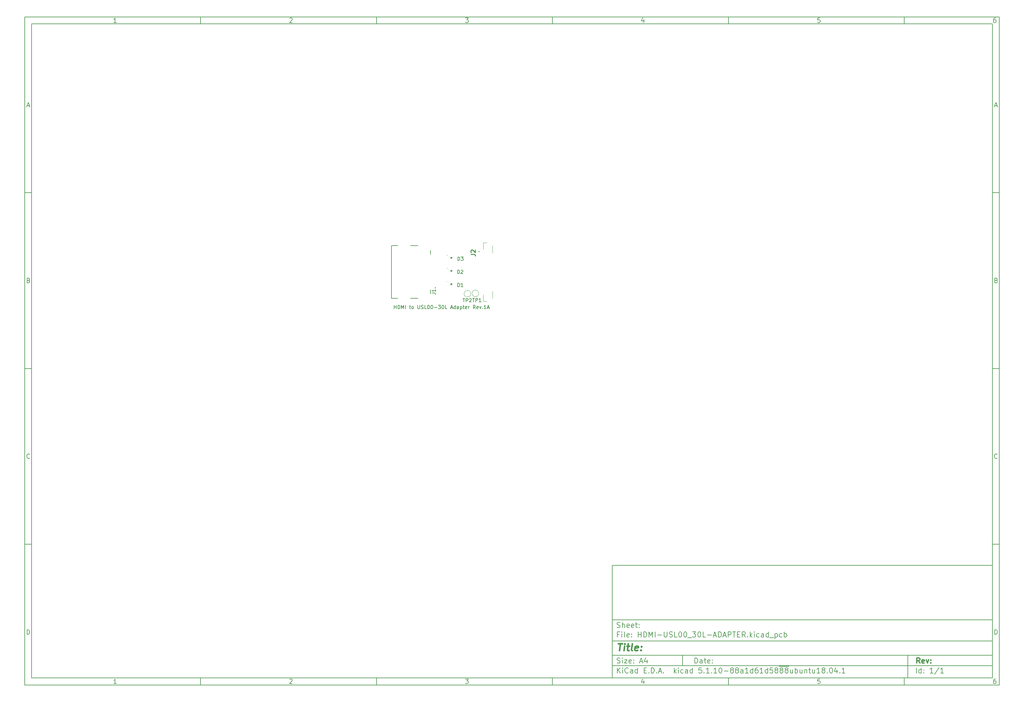
<source format=gbr>
%TF.GenerationSoftware,KiCad,Pcbnew,5.1.10-88a1d61d58~88~ubuntu18.04.1*%
%TF.CreationDate,2021-11-15T16:26:48+07:00*%
%TF.ProjectId,HDMI-USL00_30L-ADAPTER,48444d49-2d55-4534-9c30-305f33304c2d,rev?*%
%TF.SameCoordinates,Original*%
%TF.FileFunction,Legend,Top*%
%TF.FilePolarity,Positive*%
%FSLAX46Y46*%
G04 Gerber Fmt 4.6, Leading zero omitted, Abs format (unit mm)*
G04 Created by KiCad (PCBNEW 5.1.10-88a1d61d58~88~ubuntu18.04.1) date 2021-11-15 16:26:48*
%MOMM*%
%LPD*%
G01*
G04 APERTURE LIST*
%ADD10C,0.100000*%
%ADD11C,0.150000*%
%ADD12C,0.300000*%
%ADD13C,0.400000*%
%ADD14C,0.120000*%
%ADD15C,0.200000*%
%ADD16C,0.127000*%
%ADD17C,0.254000*%
G04 APERTURE END LIST*
D10*
D11*
X177002200Y-166007200D02*
X177002200Y-198007200D01*
X285002200Y-198007200D01*
X285002200Y-166007200D01*
X177002200Y-166007200D01*
D10*
D11*
X10000000Y-10000000D02*
X10000000Y-200007200D01*
X287002200Y-200007200D01*
X287002200Y-10000000D01*
X10000000Y-10000000D01*
D10*
D11*
X12000000Y-12000000D02*
X12000000Y-198007200D01*
X285002200Y-198007200D01*
X285002200Y-12000000D01*
X12000000Y-12000000D01*
D10*
D11*
X60000000Y-12000000D02*
X60000000Y-10000000D01*
D10*
D11*
X110000000Y-12000000D02*
X110000000Y-10000000D01*
D10*
D11*
X160000000Y-12000000D02*
X160000000Y-10000000D01*
D10*
D11*
X210000000Y-12000000D02*
X210000000Y-10000000D01*
D10*
D11*
X260000000Y-12000000D02*
X260000000Y-10000000D01*
D10*
D11*
X36065476Y-11588095D02*
X35322619Y-11588095D01*
X35694047Y-11588095D02*
X35694047Y-10288095D01*
X35570238Y-10473809D01*
X35446428Y-10597619D01*
X35322619Y-10659523D01*
D10*
D11*
X85322619Y-10411904D02*
X85384523Y-10350000D01*
X85508333Y-10288095D01*
X85817857Y-10288095D01*
X85941666Y-10350000D01*
X86003571Y-10411904D01*
X86065476Y-10535714D01*
X86065476Y-10659523D01*
X86003571Y-10845238D01*
X85260714Y-11588095D01*
X86065476Y-11588095D01*
D10*
D11*
X135260714Y-10288095D02*
X136065476Y-10288095D01*
X135632142Y-10783333D01*
X135817857Y-10783333D01*
X135941666Y-10845238D01*
X136003571Y-10907142D01*
X136065476Y-11030952D01*
X136065476Y-11340476D01*
X136003571Y-11464285D01*
X135941666Y-11526190D01*
X135817857Y-11588095D01*
X135446428Y-11588095D01*
X135322619Y-11526190D01*
X135260714Y-11464285D01*
D10*
D11*
X185941666Y-10721428D02*
X185941666Y-11588095D01*
X185632142Y-10226190D02*
X185322619Y-11154761D01*
X186127380Y-11154761D01*
D10*
D11*
X236003571Y-10288095D02*
X235384523Y-10288095D01*
X235322619Y-10907142D01*
X235384523Y-10845238D01*
X235508333Y-10783333D01*
X235817857Y-10783333D01*
X235941666Y-10845238D01*
X236003571Y-10907142D01*
X236065476Y-11030952D01*
X236065476Y-11340476D01*
X236003571Y-11464285D01*
X235941666Y-11526190D01*
X235817857Y-11588095D01*
X235508333Y-11588095D01*
X235384523Y-11526190D01*
X235322619Y-11464285D01*
D10*
D11*
X285941666Y-10288095D02*
X285694047Y-10288095D01*
X285570238Y-10350000D01*
X285508333Y-10411904D01*
X285384523Y-10597619D01*
X285322619Y-10845238D01*
X285322619Y-11340476D01*
X285384523Y-11464285D01*
X285446428Y-11526190D01*
X285570238Y-11588095D01*
X285817857Y-11588095D01*
X285941666Y-11526190D01*
X286003571Y-11464285D01*
X286065476Y-11340476D01*
X286065476Y-11030952D01*
X286003571Y-10907142D01*
X285941666Y-10845238D01*
X285817857Y-10783333D01*
X285570238Y-10783333D01*
X285446428Y-10845238D01*
X285384523Y-10907142D01*
X285322619Y-11030952D01*
D10*
D11*
X60000000Y-198007200D02*
X60000000Y-200007200D01*
D10*
D11*
X110000000Y-198007200D02*
X110000000Y-200007200D01*
D10*
D11*
X160000000Y-198007200D02*
X160000000Y-200007200D01*
D10*
D11*
X210000000Y-198007200D02*
X210000000Y-200007200D01*
D10*
D11*
X260000000Y-198007200D02*
X260000000Y-200007200D01*
D10*
D11*
X36065476Y-199595295D02*
X35322619Y-199595295D01*
X35694047Y-199595295D02*
X35694047Y-198295295D01*
X35570238Y-198481009D01*
X35446428Y-198604819D01*
X35322619Y-198666723D01*
D10*
D11*
X85322619Y-198419104D02*
X85384523Y-198357200D01*
X85508333Y-198295295D01*
X85817857Y-198295295D01*
X85941666Y-198357200D01*
X86003571Y-198419104D01*
X86065476Y-198542914D01*
X86065476Y-198666723D01*
X86003571Y-198852438D01*
X85260714Y-199595295D01*
X86065476Y-199595295D01*
D10*
D11*
X135260714Y-198295295D02*
X136065476Y-198295295D01*
X135632142Y-198790533D01*
X135817857Y-198790533D01*
X135941666Y-198852438D01*
X136003571Y-198914342D01*
X136065476Y-199038152D01*
X136065476Y-199347676D01*
X136003571Y-199471485D01*
X135941666Y-199533390D01*
X135817857Y-199595295D01*
X135446428Y-199595295D01*
X135322619Y-199533390D01*
X135260714Y-199471485D01*
D10*
D11*
X185941666Y-198728628D02*
X185941666Y-199595295D01*
X185632142Y-198233390D02*
X185322619Y-199161961D01*
X186127380Y-199161961D01*
D10*
D11*
X236003571Y-198295295D02*
X235384523Y-198295295D01*
X235322619Y-198914342D01*
X235384523Y-198852438D01*
X235508333Y-198790533D01*
X235817857Y-198790533D01*
X235941666Y-198852438D01*
X236003571Y-198914342D01*
X236065476Y-199038152D01*
X236065476Y-199347676D01*
X236003571Y-199471485D01*
X235941666Y-199533390D01*
X235817857Y-199595295D01*
X235508333Y-199595295D01*
X235384523Y-199533390D01*
X235322619Y-199471485D01*
D10*
D11*
X285941666Y-198295295D02*
X285694047Y-198295295D01*
X285570238Y-198357200D01*
X285508333Y-198419104D01*
X285384523Y-198604819D01*
X285322619Y-198852438D01*
X285322619Y-199347676D01*
X285384523Y-199471485D01*
X285446428Y-199533390D01*
X285570238Y-199595295D01*
X285817857Y-199595295D01*
X285941666Y-199533390D01*
X286003571Y-199471485D01*
X286065476Y-199347676D01*
X286065476Y-199038152D01*
X286003571Y-198914342D01*
X285941666Y-198852438D01*
X285817857Y-198790533D01*
X285570238Y-198790533D01*
X285446428Y-198852438D01*
X285384523Y-198914342D01*
X285322619Y-199038152D01*
D10*
D11*
X10000000Y-60000000D02*
X12000000Y-60000000D01*
D10*
D11*
X10000000Y-110000000D02*
X12000000Y-110000000D01*
D10*
D11*
X10000000Y-160000000D02*
X12000000Y-160000000D01*
D10*
D11*
X10690476Y-35216666D02*
X11309523Y-35216666D01*
X10566666Y-35588095D02*
X11000000Y-34288095D01*
X11433333Y-35588095D01*
D10*
D11*
X11092857Y-84907142D02*
X11278571Y-84969047D01*
X11340476Y-85030952D01*
X11402380Y-85154761D01*
X11402380Y-85340476D01*
X11340476Y-85464285D01*
X11278571Y-85526190D01*
X11154761Y-85588095D01*
X10659523Y-85588095D01*
X10659523Y-84288095D01*
X11092857Y-84288095D01*
X11216666Y-84350000D01*
X11278571Y-84411904D01*
X11340476Y-84535714D01*
X11340476Y-84659523D01*
X11278571Y-84783333D01*
X11216666Y-84845238D01*
X11092857Y-84907142D01*
X10659523Y-84907142D01*
D10*
D11*
X11402380Y-135464285D02*
X11340476Y-135526190D01*
X11154761Y-135588095D01*
X11030952Y-135588095D01*
X10845238Y-135526190D01*
X10721428Y-135402380D01*
X10659523Y-135278571D01*
X10597619Y-135030952D01*
X10597619Y-134845238D01*
X10659523Y-134597619D01*
X10721428Y-134473809D01*
X10845238Y-134350000D01*
X11030952Y-134288095D01*
X11154761Y-134288095D01*
X11340476Y-134350000D01*
X11402380Y-134411904D01*
D10*
D11*
X10659523Y-185588095D02*
X10659523Y-184288095D01*
X10969047Y-184288095D01*
X11154761Y-184350000D01*
X11278571Y-184473809D01*
X11340476Y-184597619D01*
X11402380Y-184845238D01*
X11402380Y-185030952D01*
X11340476Y-185278571D01*
X11278571Y-185402380D01*
X11154761Y-185526190D01*
X10969047Y-185588095D01*
X10659523Y-185588095D01*
D10*
D11*
X287002200Y-60000000D02*
X285002200Y-60000000D01*
D10*
D11*
X287002200Y-110000000D02*
X285002200Y-110000000D01*
D10*
D11*
X287002200Y-160000000D02*
X285002200Y-160000000D01*
D10*
D11*
X285692676Y-35216666D02*
X286311723Y-35216666D01*
X285568866Y-35588095D02*
X286002200Y-34288095D01*
X286435533Y-35588095D01*
D10*
D11*
X286095057Y-84907142D02*
X286280771Y-84969047D01*
X286342676Y-85030952D01*
X286404580Y-85154761D01*
X286404580Y-85340476D01*
X286342676Y-85464285D01*
X286280771Y-85526190D01*
X286156961Y-85588095D01*
X285661723Y-85588095D01*
X285661723Y-84288095D01*
X286095057Y-84288095D01*
X286218866Y-84350000D01*
X286280771Y-84411904D01*
X286342676Y-84535714D01*
X286342676Y-84659523D01*
X286280771Y-84783333D01*
X286218866Y-84845238D01*
X286095057Y-84907142D01*
X285661723Y-84907142D01*
D10*
D11*
X286404580Y-135464285D02*
X286342676Y-135526190D01*
X286156961Y-135588095D01*
X286033152Y-135588095D01*
X285847438Y-135526190D01*
X285723628Y-135402380D01*
X285661723Y-135278571D01*
X285599819Y-135030952D01*
X285599819Y-134845238D01*
X285661723Y-134597619D01*
X285723628Y-134473809D01*
X285847438Y-134350000D01*
X286033152Y-134288095D01*
X286156961Y-134288095D01*
X286342676Y-134350000D01*
X286404580Y-134411904D01*
D10*
D11*
X285661723Y-185588095D02*
X285661723Y-184288095D01*
X285971247Y-184288095D01*
X286156961Y-184350000D01*
X286280771Y-184473809D01*
X286342676Y-184597619D01*
X286404580Y-184845238D01*
X286404580Y-185030952D01*
X286342676Y-185278571D01*
X286280771Y-185402380D01*
X286156961Y-185526190D01*
X285971247Y-185588095D01*
X285661723Y-185588095D01*
D10*
D11*
X200434342Y-193785771D02*
X200434342Y-192285771D01*
X200791485Y-192285771D01*
X201005771Y-192357200D01*
X201148628Y-192500057D01*
X201220057Y-192642914D01*
X201291485Y-192928628D01*
X201291485Y-193142914D01*
X201220057Y-193428628D01*
X201148628Y-193571485D01*
X201005771Y-193714342D01*
X200791485Y-193785771D01*
X200434342Y-193785771D01*
X202577200Y-193785771D02*
X202577200Y-193000057D01*
X202505771Y-192857200D01*
X202362914Y-192785771D01*
X202077200Y-192785771D01*
X201934342Y-192857200D01*
X202577200Y-193714342D02*
X202434342Y-193785771D01*
X202077200Y-193785771D01*
X201934342Y-193714342D01*
X201862914Y-193571485D01*
X201862914Y-193428628D01*
X201934342Y-193285771D01*
X202077200Y-193214342D01*
X202434342Y-193214342D01*
X202577200Y-193142914D01*
X203077200Y-192785771D02*
X203648628Y-192785771D01*
X203291485Y-192285771D02*
X203291485Y-193571485D01*
X203362914Y-193714342D01*
X203505771Y-193785771D01*
X203648628Y-193785771D01*
X204720057Y-193714342D02*
X204577200Y-193785771D01*
X204291485Y-193785771D01*
X204148628Y-193714342D01*
X204077200Y-193571485D01*
X204077200Y-193000057D01*
X204148628Y-192857200D01*
X204291485Y-192785771D01*
X204577200Y-192785771D01*
X204720057Y-192857200D01*
X204791485Y-193000057D01*
X204791485Y-193142914D01*
X204077200Y-193285771D01*
X205434342Y-193642914D02*
X205505771Y-193714342D01*
X205434342Y-193785771D01*
X205362914Y-193714342D01*
X205434342Y-193642914D01*
X205434342Y-193785771D01*
X205434342Y-192857200D02*
X205505771Y-192928628D01*
X205434342Y-193000057D01*
X205362914Y-192928628D01*
X205434342Y-192857200D01*
X205434342Y-193000057D01*
D10*
D11*
X177002200Y-194507200D02*
X285002200Y-194507200D01*
D10*
D11*
X178434342Y-196585771D02*
X178434342Y-195085771D01*
X179291485Y-196585771D02*
X178648628Y-195728628D01*
X179291485Y-195085771D02*
X178434342Y-195942914D01*
X179934342Y-196585771D02*
X179934342Y-195585771D01*
X179934342Y-195085771D02*
X179862914Y-195157200D01*
X179934342Y-195228628D01*
X180005771Y-195157200D01*
X179934342Y-195085771D01*
X179934342Y-195228628D01*
X181505771Y-196442914D02*
X181434342Y-196514342D01*
X181220057Y-196585771D01*
X181077200Y-196585771D01*
X180862914Y-196514342D01*
X180720057Y-196371485D01*
X180648628Y-196228628D01*
X180577200Y-195942914D01*
X180577200Y-195728628D01*
X180648628Y-195442914D01*
X180720057Y-195300057D01*
X180862914Y-195157200D01*
X181077200Y-195085771D01*
X181220057Y-195085771D01*
X181434342Y-195157200D01*
X181505771Y-195228628D01*
X182791485Y-196585771D02*
X182791485Y-195800057D01*
X182720057Y-195657200D01*
X182577200Y-195585771D01*
X182291485Y-195585771D01*
X182148628Y-195657200D01*
X182791485Y-196514342D02*
X182648628Y-196585771D01*
X182291485Y-196585771D01*
X182148628Y-196514342D01*
X182077200Y-196371485D01*
X182077200Y-196228628D01*
X182148628Y-196085771D01*
X182291485Y-196014342D01*
X182648628Y-196014342D01*
X182791485Y-195942914D01*
X184148628Y-196585771D02*
X184148628Y-195085771D01*
X184148628Y-196514342D02*
X184005771Y-196585771D01*
X183720057Y-196585771D01*
X183577200Y-196514342D01*
X183505771Y-196442914D01*
X183434342Y-196300057D01*
X183434342Y-195871485D01*
X183505771Y-195728628D01*
X183577200Y-195657200D01*
X183720057Y-195585771D01*
X184005771Y-195585771D01*
X184148628Y-195657200D01*
X186005771Y-195800057D02*
X186505771Y-195800057D01*
X186720057Y-196585771D02*
X186005771Y-196585771D01*
X186005771Y-195085771D01*
X186720057Y-195085771D01*
X187362914Y-196442914D02*
X187434342Y-196514342D01*
X187362914Y-196585771D01*
X187291485Y-196514342D01*
X187362914Y-196442914D01*
X187362914Y-196585771D01*
X188077200Y-196585771D02*
X188077200Y-195085771D01*
X188434342Y-195085771D01*
X188648628Y-195157200D01*
X188791485Y-195300057D01*
X188862914Y-195442914D01*
X188934342Y-195728628D01*
X188934342Y-195942914D01*
X188862914Y-196228628D01*
X188791485Y-196371485D01*
X188648628Y-196514342D01*
X188434342Y-196585771D01*
X188077200Y-196585771D01*
X189577200Y-196442914D02*
X189648628Y-196514342D01*
X189577200Y-196585771D01*
X189505771Y-196514342D01*
X189577200Y-196442914D01*
X189577200Y-196585771D01*
X190220057Y-196157200D02*
X190934342Y-196157200D01*
X190077200Y-196585771D02*
X190577200Y-195085771D01*
X191077200Y-196585771D01*
X191577200Y-196442914D02*
X191648628Y-196514342D01*
X191577200Y-196585771D01*
X191505771Y-196514342D01*
X191577200Y-196442914D01*
X191577200Y-196585771D01*
X194577200Y-196585771D02*
X194577200Y-195085771D01*
X194720057Y-196014342D02*
X195148628Y-196585771D01*
X195148628Y-195585771D02*
X194577200Y-196157200D01*
X195791485Y-196585771D02*
X195791485Y-195585771D01*
X195791485Y-195085771D02*
X195720057Y-195157200D01*
X195791485Y-195228628D01*
X195862914Y-195157200D01*
X195791485Y-195085771D01*
X195791485Y-195228628D01*
X197148628Y-196514342D02*
X197005771Y-196585771D01*
X196720057Y-196585771D01*
X196577200Y-196514342D01*
X196505771Y-196442914D01*
X196434342Y-196300057D01*
X196434342Y-195871485D01*
X196505771Y-195728628D01*
X196577200Y-195657200D01*
X196720057Y-195585771D01*
X197005771Y-195585771D01*
X197148628Y-195657200D01*
X198434342Y-196585771D02*
X198434342Y-195800057D01*
X198362914Y-195657200D01*
X198220057Y-195585771D01*
X197934342Y-195585771D01*
X197791485Y-195657200D01*
X198434342Y-196514342D02*
X198291485Y-196585771D01*
X197934342Y-196585771D01*
X197791485Y-196514342D01*
X197720057Y-196371485D01*
X197720057Y-196228628D01*
X197791485Y-196085771D01*
X197934342Y-196014342D01*
X198291485Y-196014342D01*
X198434342Y-195942914D01*
X199791485Y-196585771D02*
X199791485Y-195085771D01*
X199791485Y-196514342D02*
X199648628Y-196585771D01*
X199362914Y-196585771D01*
X199220057Y-196514342D01*
X199148628Y-196442914D01*
X199077200Y-196300057D01*
X199077200Y-195871485D01*
X199148628Y-195728628D01*
X199220057Y-195657200D01*
X199362914Y-195585771D01*
X199648628Y-195585771D01*
X199791485Y-195657200D01*
X202362914Y-195085771D02*
X201648628Y-195085771D01*
X201577200Y-195800057D01*
X201648628Y-195728628D01*
X201791485Y-195657200D01*
X202148628Y-195657200D01*
X202291485Y-195728628D01*
X202362914Y-195800057D01*
X202434342Y-195942914D01*
X202434342Y-196300057D01*
X202362914Y-196442914D01*
X202291485Y-196514342D01*
X202148628Y-196585771D01*
X201791485Y-196585771D01*
X201648628Y-196514342D01*
X201577200Y-196442914D01*
X203077200Y-196442914D02*
X203148628Y-196514342D01*
X203077200Y-196585771D01*
X203005771Y-196514342D01*
X203077200Y-196442914D01*
X203077200Y-196585771D01*
X204577200Y-196585771D02*
X203720057Y-196585771D01*
X204148628Y-196585771D02*
X204148628Y-195085771D01*
X204005771Y-195300057D01*
X203862914Y-195442914D01*
X203720057Y-195514342D01*
X205220057Y-196442914D02*
X205291485Y-196514342D01*
X205220057Y-196585771D01*
X205148628Y-196514342D01*
X205220057Y-196442914D01*
X205220057Y-196585771D01*
X206720057Y-196585771D02*
X205862914Y-196585771D01*
X206291485Y-196585771D02*
X206291485Y-195085771D01*
X206148628Y-195300057D01*
X206005771Y-195442914D01*
X205862914Y-195514342D01*
X207648628Y-195085771D02*
X207791485Y-195085771D01*
X207934342Y-195157200D01*
X208005771Y-195228628D01*
X208077200Y-195371485D01*
X208148628Y-195657200D01*
X208148628Y-196014342D01*
X208077200Y-196300057D01*
X208005771Y-196442914D01*
X207934342Y-196514342D01*
X207791485Y-196585771D01*
X207648628Y-196585771D01*
X207505771Y-196514342D01*
X207434342Y-196442914D01*
X207362914Y-196300057D01*
X207291485Y-196014342D01*
X207291485Y-195657200D01*
X207362914Y-195371485D01*
X207434342Y-195228628D01*
X207505771Y-195157200D01*
X207648628Y-195085771D01*
X208791485Y-196014342D02*
X209934342Y-196014342D01*
X210862914Y-195728628D02*
X210720057Y-195657200D01*
X210648628Y-195585771D01*
X210577200Y-195442914D01*
X210577200Y-195371485D01*
X210648628Y-195228628D01*
X210720057Y-195157200D01*
X210862914Y-195085771D01*
X211148628Y-195085771D01*
X211291485Y-195157200D01*
X211362914Y-195228628D01*
X211434342Y-195371485D01*
X211434342Y-195442914D01*
X211362914Y-195585771D01*
X211291485Y-195657200D01*
X211148628Y-195728628D01*
X210862914Y-195728628D01*
X210720057Y-195800057D01*
X210648628Y-195871485D01*
X210577200Y-196014342D01*
X210577200Y-196300057D01*
X210648628Y-196442914D01*
X210720057Y-196514342D01*
X210862914Y-196585771D01*
X211148628Y-196585771D01*
X211291485Y-196514342D01*
X211362914Y-196442914D01*
X211434342Y-196300057D01*
X211434342Y-196014342D01*
X211362914Y-195871485D01*
X211291485Y-195800057D01*
X211148628Y-195728628D01*
X212291485Y-195728628D02*
X212148628Y-195657200D01*
X212077200Y-195585771D01*
X212005771Y-195442914D01*
X212005771Y-195371485D01*
X212077200Y-195228628D01*
X212148628Y-195157200D01*
X212291485Y-195085771D01*
X212577200Y-195085771D01*
X212720057Y-195157200D01*
X212791485Y-195228628D01*
X212862914Y-195371485D01*
X212862914Y-195442914D01*
X212791485Y-195585771D01*
X212720057Y-195657200D01*
X212577200Y-195728628D01*
X212291485Y-195728628D01*
X212148628Y-195800057D01*
X212077200Y-195871485D01*
X212005771Y-196014342D01*
X212005771Y-196300057D01*
X212077200Y-196442914D01*
X212148628Y-196514342D01*
X212291485Y-196585771D01*
X212577200Y-196585771D01*
X212720057Y-196514342D01*
X212791485Y-196442914D01*
X212862914Y-196300057D01*
X212862914Y-196014342D01*
X212791485Y-195871485D01*
X212720057Y-195800057D01*
X212577200Y-195728628D01*
X214148628Y-196585771D02*
X214148628Y-195800057D01*
X214077200Y-195657200D01*
X213934342Y-195585771D01*
X213648628Y-195585771D01*
X213505771Y-195657200D01*
X214148628Y-196514342D02*
X214005771Y-196585771D01*
X213648628Y-196585771D01*
X213505771Y-196514342D01*
X213434342Y-196371485D01*
X213434342Y-196228628D01*
X213505771Y-196085771D01*
X213648628Y-196014342D01*
X214005771Y-196014342D01*
X214148628Y-195942914D01*
X215648628Y-196585771D02*
X214791485Y-196585771D01*
X215220057Y-196585771D02*
X215220057Y-195085771D01*
X215077200Y-195300057D01*
X214934342Y-195442914D01*
X214791485Y-195514342D01*
X216934342Y-196585771D02*
X216934342Y-195085771D01*
X216934342Y-196514342D02*
X216791485Y-196585771D01*
X216505771Y-196585771D01*
X216362914Y-196514342D01*
X216291485Y-196442914D01*
X216220057Y-196300057D01*
X216220057Y-195871485D01*
X216291485Y-195728628D01*
X216362914Y-195657200D01*
X216505771Y-195585771D01*
X216791485Y-195585771D01*
X216934342Y-195657200D01*
X218291485Y-195085771D02*
X218005771Y-195085771D01*
X217862914Y-195157200D01*
X217791485Y-195228628D01*
X217648628Y-195442914D01*
X217577200Y-195728628D01*
X217577200Y-196300057D01*
X217648628Y-196442914D01*
X217720057Y-196514342D01*
X217862914Y-196585771D01*
X218148628Y-196585771D01*
X218291485Y-196514342D01*
X218362914Y-196442914D01*
X218434342Y-196300057D01*
X218434342Y-195942914D01*
X218362914Y-195800057D01*
X218291485Y-195728628D01*
X218148628Y-195657200D01*
X217862914Y-195657200D01*
X217720057Y-195728628D01*
X217648628Y-195800057D01*
X217577200Y-195942914D01*
X219862914Y-196585771D02*
X219005771Y-196585771D01*
X219434342Y-196585771D02*
X219434342Y-195085771D01*
X219291485Y-195300057D01*
X219148628Y-195442914D01*
X219005771Y-195514342D01*
X221148628Y-196585771D02*
X221148628Y-195085771D01*
X221148628Y-196514342D02*
X221005771Y-196585771D01*
X220720057Y-196585771D01*
X220577200Y-196514342D01*
X220505771Y-196442914D01*
X220434342Y-196300057D01*
X220434342Y-195871485D01*
X220505771Y-195728628D01*
X220577200Y-195657200D01*
X220720057Y-195585771D01*
X221005771Y-195585771D01*
X221148628Y-195657200D01*
X222577200Y-195085771D02*
X221862914Y-195085771D01*
X221791485Y-195800057D01*
X221862914Y-195728628D01*
X222005771Y-195657200D01*
X222362914Y-195657200D01*
X222505771Y-195728628D01*
X222577200Y-195800057D01*
X222648628Y-195942914D01*
X222648628Y-196300057D01*
X222577200Y-196442914D01*
X222505771Y-196514342D01*
X222362914Y-196585771D01*
X222005771Y-196585771D01*
X221862914Y-196514342D01*
X221791485Y-196442914D01*
X223505771Y-195728628D02*
X223362914Y-195657200D01*
X223291485Y-195585771D01*
X223220057Y-195442914D01*
X223220057Y-195371485D01*
X223291485Y-195228628D01*
X223362914Y-195157200D01*
X223505771Y-195085771D01*
X223791485Y-195085771D01*
X223934342Y-195157200D01*
X224005771Y-195228628D01*
X224077200Y-195371485D01*
X224077200Y-195442914D01*
X224005771Y-195585771D01*
X223934342Y-195657200D01*
X223791485Y-195728628D01*
X223505771Y-195728628D01*
X223362914Y-195800057D01*
X223291485Y-195871485D01*
X223220057Y-196014342D01*
X223220057Y-196300057D01*
X223291485Y-196442914D01*
X223362914Y-196514342D01*
X223505771Y-196585771D01*
X223791485Y-196585771D01*
X223934342Y-196514342D01*
X224005771Y-196442914D01*
X224077200Y-196300057D01*
X224077200Y-196014342D01*
X224005771Y-195871485D01*
X223934342Y-195800057D01*
X223791485Y-195728628D01*
X224362914Y-194677200D02*
X225791485Y-194677200D01*
X224934342Y-195728628D02*
X224791485Y-195657200D01*
X224720057Y-195585771D01*
X224648628Y-195442914D01*
X224648628Y-195371485D01*
X224720057Y-195228628D01*
X224791485Y-195157200D01*
X224934342Y-195085771D01*
X225220057Y-195085771D01*
X225362914Y-195157200D01*
X225434342Y-195228628D01*
X225505771Y-195371485D01*
X225505771Y-195442914D01*
X225434342Y-195585771D01*
X225362914Y-195657200D01*
X225220057Y-195728628D01*
X224934342Y-195728628D01*
X224791485Y-195800057D01*
X224720057Y-195871485D01*
X224648628Y-196014342D01*
X224648628Y-196300057D01*
X224720057Y-196442914D01*
X224791485Y-196514342D01*
X224934342Y-196585771D01*
X225220057Y-196585771D01*
X225362914Y-196514342D01*
X225434342Y-196442914D01*
X225505771Y-196300057D01*
X225505771Y-196014342D01*
X225434342Y-195871485D01*
X225362914Y-195800057D01*
X225220057Y-195728628D01*
X225791485Y-194677200D02*
X227220057Y-194677200D01*
X226362914Y-195728628D02*
X226220057Y-195657200D01*
X226148628Y-195585771D01*
X226077199Y-195442914D01*
X226077199Y-195371485D01*
X226148628Y-195228628D01*
X226220057Y-195157200D01*
X226362914Y-195085771D01*
X226648628Y-195085771D01*
X226791485Y-195157200D01*
X226862914Y-195228628D01*
X226934342Y-195371485D01*
X226934342Y-195442914D01*
X226862914Y-195585771D01*
X226791485Y-195657200D01*
X226648628Y-195728628D01*
X226362914Y-195728628D01*
X226220057Y-195800057D01*
X226148628Y-195871485D01*
X226077199Y-196014342D01*
X226077199Y-196300057D01*
X226148628Y-196442914D01*
X226220057Y-196514342D01*
X226362914Y-196585771D01*
X226648628Y-196585771D01*
X226791485Y-196514342D01*
X226862914Y-196442914D01*
X226934342Y-196300057D01*
X226934342Y-196014342D01*
X226862914Y-195871485D01*
X226791485Y-195800057D01*
X226648628Y-195728628D01*
X228220057Y-195585771D02*
X228220057Y-196585771D01*
X227577199Y-195585771D02*
X227577199Y-196371485D01*
X227648628Y-196514342D01*
X227791485Y-196585771D01*
X228005771Y-196585771D01*
X228148628Y-196514342D01*
X228220057Y-196442914D01*
X228934342Y-196585771D02*
X228934342Y-195085771D01*
X228934342Y-195657200D02*
X229077199Y-195585771D01*
X229362914Y-195585771D01*
X229505771Y-195657200D01*
X229577199Y-195728628D01*
X229648628Y-195871485D01*
X229648628Y-196300057D01*
X229577199Y-196442914D01*
X229505771Y-196514342D01*
X229362914Y-196585771D01*
X229077199Y-196585771D01*
X228934342Y-196514342D01*
X230934342Y-195585771D02*
X230934342Y-196585771D01*
X230291485Y-195585771D02*
X230291485Y-196371485D01*
X230362914Y-196514342D01*
X230505771Y-196585771D01*
X230720057Y-196585771D01*
X230862914Y-196514342D01*
X230934342Y-196442914D01*
X231648628Y-195585771D02*
X231648628Y-196585771D01*
X231648628Y-195728628D02*
X231720057Y-195657200D01*
X231862914Y-195585771D01*
X232077199Y-195585771D01*
X232220057Y-195657200D01*
X232291485Y-195800057D01*
X232291485Y-196585771D01*
X232791485Y-195585771D02*
X233362914Y-195585771D01*
X233005771Y-195085771D02*
X233005771Y-196371485D01*
X233077199Y-196514342D01*
X233220057Y-196585771D01*
X233362914Y-196585771D01*
X234505771Y-195585771D02*
X234505771Y-196585771D01*
X233862914Y-195585771D02*
X233862914Y-196371485D01*
X233934342Y-196514342D01*
X234077200Y-196585771D01*
X234291485Y-196585771D01*
X234434342Y-196514342D01*
X234505771Y-196442914D01*
X236005771Y-196585771D02*
X235148628Y-196585771D01*
X235577200Y-196585771D02*
X235577200Y-195085771D01*
X235434342Y-195300057D01*
X235291485Y-195442914D01*
X235148628Y-195514342D01*
X236862914Y-195728628D02*
X236720057Y-195657200D01*
X236648628Y-195585771D01*
X236577199Y-195442914D01*
X236577199Y-195371485D01*
X236648628Y-195228628D01*
X236720057Y-195157200D01*
X236862914Y-195085771D01*
X237148628Y-195085771D01*
X237291485Y-195157200D01*
X237362914Y-195228628D01*
X237434342Y-195371485D01*
X237434342Y-195442914D01*
X237362914Y-195585771D01*
X237291485Y-195657200D01*
X237148628Y-195728628D01*
X236862914Y-195728628D01*
X236720057Y-195800057D01*
X236648628Y-195871485D01*
X236577199Y-196014342D01*
X236577199Y-196300057D01*
X236648628Y-196442914D01*
X236720057Y-196514342D01*
X236862914Y-196585771D01*
X237148628Y-196585771D01*
X237291485Y-196514342D01*
X237362914Y-196442914D01*
X237434342Y-196300057D01*
X237434342Y-196014342D01*
X237362914Y-195871485D01*
X237291485Y-195800057D01*
X237148628Y-195728628D01*
X238077199Y-196442914D02*
X238148628Y-196514342D01*
X238077199Y-196585771D01*
X238005771Y-196514342D01*
X238077199Y-196442914D01*
X238077199Y-196585771D01*
X239077199Y-195085771D02*
X239220057Y-195085771D01*
X239362914Y-195157200D01*
X239434342Y-195228628D01*
X239505771Y-195371485D01*
X239577199Y-195657200D01*
X239577199Y-196014342D01*
X239505771Y-196300057D01*
X239434342Y-196442914D01*
X239362914Y-196514342D01*
X239220057Y-196585771D01*
X239077199Y-196585771D01*
X238934342Y-196514342D01*
X238862914Y-196442914D01*
X238791485Y-196300057D01*
X238720057Y-196014342D01*
X238720057Y-195657200D01*
X238791485Y-195371485D01*
X238862914Y-195228628D01*
X238934342Y-195157200D01*
X239077199Y-195085771D01*
X240862914Y-195585771D02*
X240862914Y-196585771D01*
X240505771Y-195014342D02*
X240148628Y-196085771D01*
X241077199Y-196085771D01*
X241648628Y-196442914D02*
X241720057Y-196514342D01*
X241648628Y-196585771D01*
X241577199Y-196514342D01*
X241648628Y-196442914D01*
X241648628Y-196585771D01*
X243148628Y-196585771D02*
X242291485Y-196585771D01*
X242720057Y-196585771D02*
X242720057Y-195085771D01*
X242577199Y-195300057D01*
X242434342Y-195442914D01*
X242291485Y-195514342D01*
D10*
D11*
X177002200Y-191507200D02*
X285002200Y-191507200D01*
D10*
D12*
X264411485Y-193785771D02*
X263911485Y-193071485D01*
X263554342Y-193785771D02*
X263554342Y-192285771D01*
X264125771Y-192285771D01*
X264268628Y-192357200D01*
X264340057Y-192428628D01*
X264411485Y-192571485D01*
X264411485Y-192785771D01*
X264340057Y-192928628D01*
X264268628Y-193000057D01*
X264125771Y-193071485D01*
X263554342Y-193071485D01*
X265625771Y-193714342D02*
X265482914Y-193785771D01*
X265197200Y-193785771D01*
X265054342Y-193714342D01*
X264982914Y-193571485D01*
X264982914Y-193000057D01*
X265054342Y-192857200D01*
X265197200Y-192785771D01*
X265482914Y-192785771D01*
X265625771Y-192857200D01*
X265697200Y-193000057D01*
X265697200Y-193142914D01*
X264982914Y-193285771D01*
X266197200Y-192785771D02*
X266554342Y-193785771D01*
X266911485Y-192785771D01*
X267482914Y-193642914D02*
X267554342Y-193714342D01*
X267482914Y-193785771D01*
X267411485Y-193714342D01*
X267482914Y-193642914D01*
X267482914Y-193785771D01*
X267482914Y-192857200D02*
X267554342Y-192928628D01*
X267482914Y-193000057D01*
X267411485Y-192928628D01*
X267482914Y-192857200D01*
X267482914Y-193000057D01*
D10*
D11*
X178362914Y-193714342D02*
X178577200Y-193785771D01*
X178934342Y-193785771D01*
X179077200Y-193714342D01*
X179148628Y-193642914D01*
X179220057Y-193500057D01*
X179220057Y-193357200D01*
X179148628Y-193214342D01*
X179077200Y-193142914D01*
X178934342Y-193071485D01*
X178648628Y-193000057D01*
X178505771Y-192928628D01*
X178434342Y-192857200D01*
X178362914Y-192714342D01*
X178362914Y-192571485D01*
X178434342Y-192428628D01*
X178505771Y-192357200D01*
X178648628Y-192285771D01*
X179005771Y-192285771D01*
X179220057Y-192357200D01*
X179862914Y-193785771D02*
X179862914Y-192785771D01*
X179862914Y-192285771D02*
X179791485Y-192357200D01*
X179862914Y-192428628D01*
X179934342Y-192357200D01*
X179862914Y-192285771D01*
X179862914Y-192428628D01*
X180434342Y-192785771D02*
X181220057Y-192785771D01*
X180434342Y-193785771D01*
X181220057Y-193785771D01*
X182362914Y-193714342D02*
X182220057Y-193785771D01*
X181934342Y-193785771D01*
X181791485Y-193714342D01*
X181720057Y-193571485D01*
X181720057Y-193000057D01*
X181791485Y-192857200D01*
X181934342Y-192785771D01*
X182220057Y-192785771D01*
X182362914Y-192857200D01*
X182434342Y-193000057D01*
X182434342Y-193142914D01*
X181720057Y-193285771D01*
X183077200Y-193642914D02*
X183148628Y-193714342D01*
X183077200Y-193785771D01*
X183005771Y-193714342D01*
X183077200Y-193642914D01*
X183077200Y-193785771D01*
X183077200Y-192857200D02*
X183148628Y-192928628D01*
X183077200Y-193000057D01*
X183005771Y-192928628D01*
X183077200Y-192857200D01*
X183077200Y-193000057D01*
X184862914Y-193357200D02*
X185577200Y-193357200D01*
X184720057Y-193785771D02*
X185220057Y-192285771D01*
X185720057Y-193785771D01*
X186862914Y-192785771D02*
X186862914Y-193785771D01*
X186505771Y-192214342D02*
X186148628Y-193285771D01*
X187077200Y-193285771D01*
D10*
D11*
X263434342Y-196585771D02*
X263434342Y-195085771D01*
X264791485Y-196585771D02*
X264791485Y-195085771D01*
X264791485Y-196514342D02*
X264648628Y-196585771D01*
X264362914Y-196585771D01*
X264220057Y-196514342D01*
X264148628Y-196442914D01*
X264077200Y-196300057D01*
X264077200Y-195871485D01*
X264148628Y-195728628D01*
X264220057Y-195657200D01*
X264362914Y-195585771D01*
X264648628Y-195585771D01*
X264791485Y-195657200D01*
X265505771Y-196442914D02*
X265577200Y-196514342D01*
X265505771Y-196585771D01*
X265434342Y-196514342D01*
X265505771Y-196442914D01*
X265505771Y-196585771D01*
X265505771Y-195657200D02*
X265577200Y-195728628D01*
X265505771Y-195800057D01*
X265434342Y-195728628D01*
X265505771Y-195657200D01*
X265505771Y-195800057D01*
X268148628Y-196585771D02*
X267291485Y-196585771D01*
X267720057Y-196585771D02*
X267720057Y-195085771D01*
X267577200Y-195300057D01*
X267434342Y-195442914D01*
X267291485Y-195514342D01*
X269862914Y-195014342D02*
X268577200Y-196942914D01*
X271148628Y-196585771D02*
X270291485Y-196585771D01*
X270720057Y-196585771D02*
X270720057Y-195085771D01*
X270577200Y-195300057D01*
X270434342Y-195442914D01*
X270291485Y-195514342D01*
D10*
D11*
X177002200Y-187507200D02*
X285002200Y-187507200D01*
D10*
D13*
X178714580Y-188211961D02*
X179857438Y-188211961D01*
X179036009Y-190211961D02*
X179286009Y-188211961D01*
X180274104Y-190211961D02*
X180440771Y-188878628D01*
X180524104Y-188211961D02*
X180416961Y-188307200D01*
X180500295Y-188402438D01*
X180607438Y-188307200D01*
X180524104Y-188211961D01*
X180500295Y-188402438D01*
X181107438Y-188878628D02*
X181869342Y-188878628D01*
X181476485Y-188211961D02*
X181262200Y-189926247D01*
X181333628Y-190116723D01*
X181512200Y-190211961D01*
X181702676Y-190211961D01*
X182655057Y-190211961D02*
X182476485Y-190116723D01*
X182405057Y-189926247D01*
X182619342Y-188211961D01*
X184190771Y-190116723D02*
X183988390Y-190211961D01*
X183607438Y-190211961D01*
X183428866Y-190116723D01*
X183357438Y-189926247D01*
X183452676Y-189164342D01*
X183571723Y-188973866D01*
X183774104Y-188878628D01*
X184155057Y-188878628D01*
X184333628Y-188973866D01*
X184405057Y-189164342D01*
X184381247Y-189354819D01*
X183405057Y-189545295D01*
X185155057Y-190021485D02*
X185238390Y-190116723D01*
X185131247Y-190211961D01*
X185047914Y-190116723D01*
X185155057Y-190021485D01*
X185131247Y-190211961D01*
X185286009Y-188973866D02*
X185369342Y-189069104D01*
X185262200Y-189164342D01*
X185178866Y-189069104D01*
X185286009Y-188973866D01*
X185262200Y-189164342D01*
D10*
D11*
X178934342Y-185600057D02*
X178434342Y-185600057D01*
X178434342Y-186385771D02*
X178434342Y-184885771D01*
X179148628Y-184885771D01*
X179720057Y-186385771D02*
X179720057Y-185385771D01*
X179720057Y-184885771D02*
X179648628Y-184957200D01*
X179720057Y-185028628D01*
X179791485Y-184957200D01*
X179720057Y-184885771D01*
X179720057Y-185028628D01*
X180648628Y-186385771D02*
X180505771Y-186314342D01*
X180434342Y-186171485D01*
X180434342Y-184885771D01*
X181791485Y-186314342D02*
X181648628Y-186385771D01*
X181362914Y-186385771D01*
X181220057Y-186314342D01*
X181148628Y-186171485D01*
X181148628Y-185600057D01*
X181220057Y-185457200D01*
X181362914Y-185385771D01*
X181648628Y-185385771D01*
X181791485Y-185457200D01*
X181862914Y-185600057D01*
X181862914Y-185742914D01*
X181148628Y-185885771D01*
X182505771Y-186242914D02*
X182577200Y-186314342D01*
X182505771Y-186385771D01*
X182434342Y-186314342D01*
X182505771Y-186242914D01*
X182505771Y-186385771D01*
X182505771Y-185457200D02*
X182577200Y-185528628D01*
X182505771Y-185600057D01*
X182434342Y-185528628D01*
X182505771Y-185457200D01*
X182505771Y-185600057D01*
X184362914Y-186385771D02*
X184362914Y-184885771D01*
X184362914Y-185600057D02*
X185220057Y-185600057D01*
X185220057Y-186385771D02*
X185220057Y-184885771D01*
X185934342Y-186385771D02*
X185934342Y-184885771D01*
X186291485Y-184885771D01*
X186505771Y-184957200D01*
X186648628Y-185100057D01*
X186720057Y-185242914D01*
X186791485Y-185528628D01*
X186791485Y-185742914D01*
X186720057Y-186028628D01*
X186648628Y-186171485D01*
X186505771Y-186314342D01*
X186291485Y-186385771D01*
X185934342Y-186385771D01*
X187434342Y-186385771D02*
X187434342Y-184885771D01*
X187934342Y-185957200D01*
X188434342Y-184885771D01*
X188434342Y-186385771D01*
X189148628Y-186385771D02*
X189148628Y-184885771D01*
X189862914Y-185814342D02*
X191005771Y-185814342D01*
X191720057Y-184885771D02*
X191720057Y-186100057D01*
X191791485Y-186242914D01*
X191862914Y-186314342D01*
X192005771Y-186385771D01*
X192291485Y-186385771D01*
X192434342Y-186314342D01*
X192505771Y-186242914D01*
X192577200Y-186100057D01*
X192577200Y-184885771D01*
X193220057Y-186314342D02*
X193434342Y-186385771D01*
X193791485Y-186385771D01*
X193934342Y-186314342D01*
X194005771Y-186242914D01*
X194077200Y-186100057D01*
X194077200Y-185957200D01*
X194005771Y-185814342D01*
X193934342Y-185742914D01*
X193791485Y-185671485D01*
X193505771Y-185600057D01*
X193362914Y-185528628D01*
X193291485Y-185457200D01*
X193220057Y-185314342D01*
X193220057Y-185171485D01*
X193291485Y-185028628D01*
X193362914Y-184957200D01*
X193505771Y-184885771D01*
X193862914Y-184885771D01*
X194077200Y-184957200D01*
X195434342Y-186385771D02*
X194720057Y-186385771D01*
X194720057Y-184885771D01*
X196220057Y-184885771D02*
X196362914Y-184885771D01*
X196505771Y-184957200D01*
X196577200Y-185028628D01*
X196648628Y-185171485D01*
X196720057Y-185457200D01*
X196720057Y-185814342D01*
X196648628Y-186100057D01*
X196577200Y-186242914D01*
X196505771Y-186314342D01*
X196362914Y-186385771D01*
X196220057Y-186385771D01*
X196077200Y-186314342D01*
X196005771Y-186242914D01*
X195934342Y-186100057D01*
X195862914Y-185814342D01*
X195862914Y-185457200D01*
X195934342Y-185171485D01*
X196005771Y-185028628D01*
X196077200Y-184957200D01*
X196220057Y-184885771D01*
X197648628Y-184885771D02*
X197791485Y-184885771D01*
X197934342Y-184957200D01*
X198005771Y-185028628D01*
X198077200Y-185171485D01*
X198148628Y-185457200D01*
X198148628Y-185814342D01*
X198077200Y-186100057D01*
X198005771Y-186242914D01*
X197934342Y-186314342D01*
X197791485Y-186385771D01*
X197648628Y-186385771D01*
X197505771Y-186314342D01*
X197434342Y-186242914D01*
X197362914Y-186100057D01*
X197291485Y-185814342D01*
X197291485Y-185457200D01*
X197362914Y-185171485D01*
X197434342Y-185028628D01*
X197505771Y-184957200D01*
X197648628Y-184885771D01*
X198434342Y-186528628D02*
X199577200Y-186528628D01*
X199791485Y-184885771D02*
X200720057Y-184885771D01*
X200220057Y-185457200D01*
X200434342Y-185457200D01*
X200577200Y-185528628D01*
X200648628Y-185600057D01*
X200720057Y-185742914D01*
X200720057Y-186100057D01*
X200648628Y-186242914D01*
X200577200Y-186314342D01*
X200434342Y-186385771D01*
X200005771Y-186385771D01*
X199862914Y-186314342D01*
X199791485Y-186242914D01*
X201648628Y-184885771D02*
X201791485Y-184885771D01*
X201934342Y-184957200D01*
X202005771Y-185028628D01*
X202077200Y-185171485D01*
X202148628Y-185457200D01*
X202148628Y-185814342D01*
X202077200Y-186100057D01*
X202005771Y-186242914D01*
X201934342Y-186314342D01*
X201791485Y-186385771D01*
X201648628Y-186385771D01*
X201505771Y-186314342D01*
X201434342Y-186242914D01*
X201362914Y-186100057D01*
X201291485Y-185814342D01*
X201291485Y-185457200D01*
X201362914Y-185171485D01*
X201434342Y-185028628D01*
X201505771Y-184957200D01*
X201648628Y-184885771D01*
X203505771Y-186385771D02*
X202791485Y-186385771D01*
X202791485Y-184885771D01*
X204005771Y-185814342D02*
X205148628Y-185814342D01*
X205791485Y-185957200D02*
X206505771Y-185957200D01*
X205648628Y-186385771D02*
X206148628Y-184885771D01*
X206648628Y-186385771D01*
X207148628Y-186385771D02*
X207148628Y-184885771D01*
X207505771Y-184885771D01*
X207720057Y-184957200D01*
X207862914Y-185100057D01*
X207934342Y-185242914D01*
X208005771Y-185528628D01*
X208005771Y-185742914D01*
X207934342Y-186028628D01*
X207862914Y-186171485D01*
X207720057Y-186314342D01*
X207505771Y-186385771D01*
X207148628Y-186385771D01*
X208577200Y-185957200D02*
X209291485Y-185957200D01*
X208434342Y-186385771D02*
X208934342Y-184885771D01*
X209434342Y-186385771D01*
X209934342Y-186385771D02*
X209934342Y-184885771D01*
X210505771Y-184885771D01*
X210648628Y-184957200D01*
X210720057Y-185028628D01*
X210791485Y-185171485D01*
X210791485Y-185385771D01*
X210720057Y-185528628D01*
X210648628Y-185600057D01*
X210505771Y-185671485D01*
X209934342Y-185671485D01*
X211220057Y-184885771D02*
X212077200Y-184885771D01*
X211648628Y-186385771D02*
X211648628Y-184885771D01*
X212577200Y-185600057D02*
X213077200Y-185600057D01*
X213291485Y-186385771D02*
X212577200Y-186385771D01*
X212577200Y-184885771D01*
X213291485Y-184885771D01*
X214791485Y-186385771D02*
X214291485Y-185671485D01*
X213934342Y-186385771D02*
X213934342Y-184885771D01*
X214505771Y-184885771D01*
X214648628Y-184957200D01*
X214720057Y-185028628D01*
X214791485Y-185171485D01*
X214791485Y-185385771D01*
X214720057Y-185528628D01*
X214648628Y-185600057D01*
X214505771Y-185671485D01*
X213934342Y-185671485D01*
X215434342Y-186242914D02*
X215505771Y-186314342D01*
X215434342Y-186385771D01*
X215362914Y-186314342D01*
X215434342Y-186242914D01*
X215434342Y-186385771D01*
X216148628Y-186385771D02*
X216148628Y-184885771D01*
X216291485Y-185814342D02*
X216720057Y-186385771D01*
X216720057Y-185385771D02*
X216148628Y-185957200D01*
X217362914Y-186385771D02*
X217362914Y-185385771D01*
X217362914Y-184885771D02*
X217291485Y-184957200D01*
X217362914Y-185028628D01*
X217434342Y-184957200D01*
X217362914Y-184885771D01*
X217362914Y-185028628D01*
X218720057Y-186314342D02*
X218577200Y-186385771D01*
X218291485Y-186385771D01*
X218148628Y-186314342D01*
X218077200Y-186242914D01*
X218005771Y-186100057D01*
X218005771Y-185671485D01*
X218077200Y-185528628D01*
X218148628Y-185457200D01*
X218291485Y-185385771D01*
X218577200Y-185385771D01*
X218720057Y-185457200D01*
X220005771Y-186385771D02*
X220005771Y-185600057D01*
X219934342Y-185457200D01*
X219791485Y-185385771D01*
X219505771Y-185385771D01*
X219362914Y-185457200D01*
X220005771Y-186314342D02*
X219862914Y-186385771D01*
X219505771Y-186385771D01*
X219362914Y-186314342D01*
X219291485Y-186171485D01*
X219291485Y-186028628D01*
X219362914Y-185885771D01*
X219505771Y-185814342D01*
X219862914Y-185814342D01*
X220005771Y-185742914D01*
X221362914Y-186385771D02*
X221362914Y-184885771D01*
X221362914Y-186314342D02*
X221220057Y-186385771D01*
X220934342Y-186385771D01*
X220791485Y-186314342D01*
X220720057Y-186242914D01*
X220648628Y-186100057D01*
X220648628Y-185671485D01*
X220720057Y-185528628D01*
X220791485Y-185457200D01*
X220934342Y-185385771D01*
X221220057Y-185385771D01*
X221362914Y-185457200D01*
X221720057Y-186528628D02*
X222862914Y-186528628D01*
X223220057Y-185385771D02*
X223220057Y-186885771D01*
X223220057Y-185457200D02*
X223362914Y-185385771D01*
X223648628Y-185385771D01*
X223791485Y-185457200D01*
X223862914Y-185528628D01*
X223934342Y-185671485D01*
X223934342Y-186100057D01*
X223862914Y-186242914D01*
X223791485Y-186314342D01*
X223648628Y-186385771D01*
X223362914Y-186385771D01*
X223220057Y-186314342D01*
X225220057Y-186314342D02*
X225077200Y-186385771D01*
X224791485Y-186385771D01*
X224648628Y-186314342D01*
X224577200Y-186242914D01*
X224505771Y-186100057D01*
X224505771Y-185671485D01*
X224577200Y-185528628D01*
X224648628Y-185457200D01*
X224791485Y-185385771D01*
X225077200Y-185385771D01*
X225220057Y-185457200D01*
X225862914Y-186385771D02*
X225862914Y-184885771D01*
X225862914Y-185457200D02*
X226005771Y-185385771D01*
X226291485Y-185385771D01*
X226434342Y-185457200D01*
X226505771Y-185528628D01*
X226577200Y-185671485D01*
X226577200Y-186100057D01*
X226505771Y-186242914D01*
X226434342Y-186314342D01*
X226291485Y-186385771D01*
X226005771Y-186385771D01*
X225862914Y-186314342D01*
D10*
D11*
X177002200Y-181507200D02*
X285002200Y-181507200D01*
D10*
D11*
X178362914Y-183614342D02*
X178577200Y-183685771D01*
X178934342Y-183685771D01*
X179077200Y-183614342D01*
X179148628Y-183542914D01*
X179220057Y-183400057D01*
X179220057Y-183257200D01*
X179148628Y-183114342D01*
X179077200Y-183042914D01*
X178934342Y-182971485D01*
X178648628Y-182900057D01*
X178505771Y-182828628D01*
X178434342Y-182757200D01*
X178362914Y-182614342D01*
X178362914Y-182471485D01*
X178434342Y-182328628D01*
X178505771Y-182257200D01*
X178648628Y-182185771D01*
X179005771Y-182185771D01*
X179220057Y-182257200D01*
X179862914Y-183685771D02*
X179862914Y-182185771D01*
X180505771Y-183685771D02*
X180505771Y-182900057D01*
X180434342Y-182757200D01*
X180291485Y-182685771D01*
X180077200Y-182685771D01*
X179934342Y-182757200D01*
X179862914Y-182828628D01*
X181791485Y-183614342D02*
X181648628Y-183685771D01*
X181362914Y-183685771D01*
X181220057Y-183614342D01*
X181148628Y-183471485D01*
X181148628Y-182900057D01*
X181220057Y-182757200D01*
X181362914Y-182685771D01*
X181648628Y-182685771D01*
X181791485Y-182757200D01*
X181862914Y-182900057D01*
X181862914Y-183042914D01*
X181148628Y-183185771D01*
X183077200Y-183614342D02*
X182934342Y-183685771D01*
X182648628Y-183685771D01*
X182505771Y-183614342D01*
X182434342Y-183471485D01*
X182434342Y-182900057D01*
X182505771Y-182757200D01*
X182648628Y-182685771D01*
X182934342Y-182685771D01*
X183077200Y-182757200D01*
X183148628Y-182900057D01*
X183148628Y-183042914D01*
X182434342Y-183185771D01*
X183577200Y-182685771D02*
X184148628Y-182685771D01*
X183791485Y-182185771D02*
X183791485Y-183471485D01*
X183862914Y-183614342D01*
X184005771Y-183685771D01*
X184148628Y-183685771D01*
X184648628Y-183542914D02*
X184720057Y-183614342D01*
X184648628Y-183685771D01*
X184577200Y-183614342D01*
X184648628Y-183542914D01*
X184648628Y-183685771D01*
X184648628Y-182757200D02*
X184720057Y-182828628D01*
X184648628Y-182900057D01*
X184577200Y-182828628D01*
X184648628Y-182757200D01*
X184648628Y-182900057D01*
D10*
D11*
X197002200Y-191507200D02*
X197002200Y-194507200D01*
D10*
D11*
X261002200Y-191507200D02*
X261002200Y-198007200D01*
X115033519Y-93009980D02*
X115033519Y-92009980D01*
X115033519Y-92486171D02*
X115604947Y-92486171D01*
X115604947Y-93009980D02*
X115604947Y-92009980D01*
X116081138Y-93009980D02*
X116081138Y-92009980D01*
X116319233Y-92009980D01*
X116462090Y-92057600D01*
X116557328Y-92152838D01*
X116604947Y-92248076D01*
X116652566Y-92438552D01*
X116652566Y-92581409D01*
X116604947Y-92771885D01*
X116557328Y-92867123D01*
X116462090Y-92962361D01*
X116319233Y-93009980D01*
X116081138Y-93009980D01*
X117081138Y-93009980D02*
X117081138Y-92009980D01*
X117414471Y-92724266D01*
X117747804Y-92009980D01*
X117747804Y-93009980D01*
X118223995Y-93009980D02*
X118223995Y-92009980D01*
X119319233Y-92343314D02*
X119700185Y-92343314D01*
X119462090Y-92009980D02*
X119462090Y-92867123D01*
X119509709Y-92962361D01*
X119604947Y-93009980D01*
X119700185Y-93009980D01*
X120176376Y-93009980D02*
X120081138Y-92962361D01*
X120033519Y-92914742D01*
X119985900Y-92819504D01*
X119985900Y-92533790D01*
X120033519Y-92438552D01*
X120081138Y-92390933D01*
X120176376Y-92343314D01*
X120319233Y-92343314D01*
X120414471Y-92390933D01*
X120462090Y-92438552D01*
X120509709Y-92533790D01*
X120509709Y-92819504D01*
X120462090Y-92914742D01*
X120414471Y-92962361D01*
X120319233Y-93009980D01*
X120176376Y-93009980D01*
X121700185Y-92009980D02*
X121700185Y-92819504D01*
X121747804Y-92914742D01*
X121795423Y-92962361D01*
X121890661Y-93009980D01*
X122081138Y-93009980D01*
X122176376Y-92962361D01*
X122223995Y-92914742D01*
X122271614Y-92819504D01*
X122271614Y-92009980D01*
X122700185Y-92962361D02*
X122843042Y-93009980D01*
X123081138Y-93009980D01*
X123176376Y-92962361D01*
X123223995Y-92914742D01*
X123271614Y-92819504D01*
X123271614Y-92724266D01*
X123223995Y-92629028D01*
X123176376Y-92581409D01*
X123081138Y-92533790D01*
X122890661Y-92486171D01*
X122795423Y-92438552D01*
X122747804Y-92390933D01*
X122700185Y-92295695D01*
X122700185Y-92200457D01*
X122747804Y-92105219D01*
X122795423Y-92057600D01*
X122890661Y-92009980D01*
X123128757Y-92009980D01*
X123271614Y-92057600D01*
X124176376Y-93009980D02*
X123700185Y-93009980D01*
X123700185Y-92009980D01*
X124700185Y-92009980D02*
X124795423Y-92009980D01*
X124890661Y-92057600D01*
X124938280Y-92105219D01*
X124985900Y-92200457D01*
X125033519Y-92390933D01*
X125033519Y-92629028D01*
X124985900Y-92819504D01*
X124938280Y-92914742D01*
X124890661Y-92962361D01*
X124795423Y-93009980D01*
X124700185Y-93009980D01*
X124604947Y-92962361D01*
X124557328Y-92914742D01*
X124509709Y-92819504D01*
X124462090Y-92629028D01*
X124462090Y-92390933D01*
X124509709Y-92200457D01*
X124557328Y-92105219D01*
X124604947Y-92057600D01*
X124700185Y-92009980D01*
X125652566Y-92009980D02*
X125747804Y-92009980D01*
X125843042Y-92057600D01*
X125890661Y-92105219D01*
X125938280Y-92200457D01*
X125985900Y-92390933D01*
X125985900Y-92629028D01*
X125938280Y-92819504D01*
X125890661Y-92914742D01*
X125843042Y-92962361D01*
X125747804Y-93009980D01*
X125652566Y-93009980D01*
X125557328Y-92962361D01*
X125509709Y-92914742D01*
X125462090Y-92819504D01*
X125414471Y-92629028D01*
X125414471Y-92390933D01*
X125462090Y-92200457D01*
X125509709Y-92105219D01*
X125557328Y-92057600D01*
X125652566Y-92009980D01*
X126414471Y-92629028D02*
X127176376Y-92629028D01*
X127557328Y-92009980D02*
X128176376Y-92009980D01*
X127843042Y-92390933D01*
X127985900Y-92390933D01*
X128081138Y-92438552D01*
X128128757Y-92486171D01*
X128176376Y-92581409D01*
X128176376Y-92819504D01*
X128128757Y-92914742D01*
X128081138Y-92962361D01*
X127985900Y-93009980D01*
X127700185Y-93009980D01*
X127604947Y-92962361D01*
X127557328Y-92914742D01*
X128795423Y-92009980D02*
X128890661Y-92009980D01*
X128985900Y-92057600D01*
X129033519Y-92105219D01*
X129081138Y-92200457D01*
X129128757Y-92390933D01*
X129128757Y-92629028D01*
X129081138Y-92819504D01*
X129033519Y-92914742D01*
X128985900Y-92962361D01*
X128890661Y-93009980D01*
X128795423Y-93009980D01*
X128700185Y-92962361D01*
X128652566Y-92914742D01*
X128604947Y-92819504D01*
X128557328Y-92629028D01*
X128557328Y-92390933D01*
X128604947Y-92200457D01*
X128652566Y-92105219D01*
X128700185Y-92057600D01*
X128795423Y-92009980D01*
X130033519Y-93009980D02*
X129557328Y-93009980D01*
X129557328Y-92009980D01*
X131081138Y-92724266D02*
X131557328Y-92724266D01*
X130985900Y-93009980D02*
X131319233Y-92009980D01*
X131652566Y-93009980D01*
X132414471Y-93009980D02*
X132414471Y-92009980D01*
X132414471Y-92962361D02*
X132319233Y-93009980D01*
X132128757Y-93009980D01*
X132033519Y-92962361D01*
X131985900Y-92914742D01*
X131938280Y-92819504D01*
X131938280Y-92533790D01*
X131985900Y-92438552D01*
X132033519Y-92390933D01*
X132128757Y-92343314D01*
X132319233Y-92343314D01*
X132414471Y-92390933D01*
X133319233Y-93009980D02*
X133319233Y-92486171D01*
X133271614Y-92390933D01*
X133176376Y-92343314D01*
X132985899Y-92343314D01*
X132890661Y-92390933D01*
X133319233Y-92962361D02*
X133223995Y-93009980D01*
X132985899Y-93009980D01*
X132890661Y-92962361D01*
X132843042Y-92867123D01*
X132843042Y-92771885D01*
X132890661Y-92676647D01*
X132985899Y-92629028D01*
X133223995Y-92629028D01*
X133319233Y-92581409D01*
X133795423Y-92343314D02*
X133795423Y-93343314D01*
X133795423Y-92390933D02*
X133890661Y-92343314D01*
X134081138Y-92343314D01*
X134176376Y-92390933D01*
X134223995Y-92438552D01*
X134271614Y-92533790D01*
X134271614Y-92819504D01*
X134223995Y-92914742D01*
X134176376Y-92962361D01*
X134081138Y-93009980D01*
X133890661Y-93009980D01*
X133795423Y-92962361D01*
X134557328Y-92343314D02*
X134938280Y-92343314D01*
X134700185Y-92009980D02*
X134700185Y-92867123D01*
X134747804Y-92962361D01*
X134843042Y-93009980D01*
X134938280Y-93009980D01*
X135652566Y-92962361D02*
X135557328Y-93009980D01*
X135366852Y-93009980D01*
X135271614Y-92962361D01*
X135223995Y-92867123D01*
X135223995Y-92486171D01*
X135271614Y-92390933D01*
X135366852Y-92343314D01*
X135557328Y-92343314D01*
X135652566Y-92390933D01*
X135700185Y-92486171D01*
X135700185Y-92581409D01*
X135223995Y-92676647D01*
X136128757Y-93009980D02*
X136128757Y-92343314D01*
X136128757Y-92533790D02*
X136176376Y-92438552D01*
X136223995Y-92390933D01*
X136319233Y-92343314D01*
X136414471Y-92343314D01*
X138081138Y-93009980D02*
X137747804Y-92533790D01*
X137509709Y-93009980D02*
X137509709Y-92009980D01*
X137890661Y-92009980D01*
X137985900Y-92057600D01*
X138033519Y-92105219D01*
X138081138Y-92200457D01*
X138081138Y-92343314D01*
X138033519Y-92438552D01*
X137985900Y-92486171D01*
X137890661Y-92533790D01*
X137509709Y-92533790D01*
X138890661Y-92962361D02*
X138795423Y-93009980D01*
X138604947Y-93009980D01*
X138509709Y-92962361D01*
X138462090Y-92867123D01*
X138462090Y-92486171D01*
X138509709Y-92390933D01*
X138604947Y-92343314D01*
X138795423Y-92343314D01*
X138890661Y-92390933D01*
X138938280Y-92486171D01*
X138938280Y-92581409D01*
X138462090Y-92676647D01*
X139271614Y-92343314D02*
X139509709Y-93009980D01*
X139747804Y-92343314D01*
X140128757Y-92914742D02*
X140176376Y-92962361D01*
X140128757Y-93009980D01*
X140081138Y-92962361D01*
X140128757Y-92914742D01*
X140128757Y-93009980D01*
X141128757Y-93009980D02*
X140557328Y-93009980D01*
X140843042Y-93009980D02*
X140843042Y-92009980D01*
X140747804Y-92152838D01*
X140652566Y-92248076D01*
X140557328Y-92295695D01*
X141509709Y-92724266D02*
X141985900Y-92724266D01*
X141414471Y-93009980D02*
X141747804Y-92009980D01*
X142081138Y-93009980D01*
D14*
%TO.C,TP2*%
X136776500Y-88734900D02*
G75*
G03*
X136776500Y-88734900I-950000J0D01*
G01*
%TO.C,TP1*%
X139049800Y-88633300D02*
G75*
G03*
X139049800Y-88633300I-950000J0D01*
G01*
D15*
%TO.C,J1*%
X126810700Y-87038700D02*
G75*
G03*
X126810700Y-87038700I-100000J0D01*
G01*
D16*
X114280700Y-90038700D02*
X116060700Y-90038700D01*
X114280700Y-75038700D02*
X114280700Y-90038700D01*
X116060700Y-75038700D02*
X114280700Y-75038700D01*
X125330700Y-88648700D02*
X125330700Y-87588700D01*
X125330700Y-76428700D02*
X125330700Y-77488700D01*
X121770700Y-90038700D02*
X119680700Y-90038700D01*
X121820700Y-75038700D02*
X119680700Y-75038700D01*
D14*
%TO.C,D3*%
X130121660Y-77860190D02*
G75*
G02*
X130121660Y-77714810I-22860J72690D01*
G01*
%TO.C,D2*%
X130121660Y-81593990D02*
G75*
G02*
X130121660Y-81448610I-22860J72690D01*
G01*
%TO.C,D1*%
X130083560Y-85365890D02*
G75*
G02*
X130083560Y-85220510I-22860J72690D01*
G01*
D10*
%TO.C,J2*%
X141309600Y-74237300D02*
X140309600Y-74237300D01*
X140309600Y-74237300D02*
X140309600Y-76037300D01*
X140309600Y-89037300D02*
X140309600Y-90837300D01*
X140309600Y-90837300D02*
X141309600Y-90837300D01*
X142959600Y-88037300D02*
X142959600Y-90037300D01*
X142959600Y-75037300D02*
X142959600Y-77037300D01*
D15*
X139109600Y-76637300D02*
X139109600Y-76637300D01*
X139109600Y-76837300D02*
X139109600Y-76837300D01*
X139109600Y-76637300D02*
G75*
G02*
X139109600Y-76837300I0J-100000D01*
G01*
X139109600Y-76837300D02*
G75*
G02*
X139109600Y-76637300I0J100000D01*
G01*
%TO.C,TP2*%
D11*
X134513795Y-90079580D02*
X135085223Y-90079580D01*
X134799509Y-91079580D02*
X134799509Y-90079580D01*
X135418557Y-91079580D02*
X135418557Y-90079580D01*
X135799509Y-90079580D01*
X135894747Y-90127200D01*
X135942366Y-90174819D01*
X135989985Y-90270057D01*
X135989985Y-90412914D01*
X135942366Y-90508152D01*
X135894747Y-90555771D01*
X135799509Y-90603390D01*
X135418557Y-90603390D01*
X136370938Y-90174819D02*
X136418557Y-90127200D01*
X136513795Y-90079580D01*
X136751890Y-90079580D01*
X136847128Y-90127200D01*
X136894747Y-90174819D01*
X136942366Y-90270057D01*
X136942366Y-90365295D01*
X136894747Y-90508152D01*
X136323319Y-91079580D01*
X136942366Y-91079580D01*
%TO.C,TP1*%
X137269695Y-90003380D02*
X137841123Y-90003380D01*
X137555409Y-91003380D02*
X137555409Y-90003380D01*
X138174457Y-91003380D02*
X138174457Y-90003380D01*
X138555409Y-90003380D01*
X138650647Y-90051000D01*
X138698266Y-90098619D01*
X138745885Y-90193857D01*
X138745885Y-90336714D01*
X138698266Y-90431952D01*
X138650647Y-90479571D01*
X138555409Y-90527190D01*
X138174457Y-90527190D01*
X139698266Y-91003380D02*
X139126838Y-91003380D01*
X139412552Y-91003380D02*
X139412552Y-90003380D01*
X139317314Y-90146238D01*
X139222076Y-90241476D01*
X139126838Y-90289095D01*
%TO.C,J1*%
X125790915Y-88510081D02*
X126506590Y-88510081D01*
X126649725Y-88557793D01*
X126745149Y-88653216D01*
X126792860Y-88796351D01*
X126792860Y-88891775D01*
X126792860Y-87508136D02*
X126792860Y-88080676D01*
X126792860Y-87794406D02*
X125790915Y-87794406D01*
X125934050Y-87889830D01*
X126029474Y-87985253D01*
X126077185Y-88080676D01*
%TO.C,D3*%
X133094504Y-79255880D02*
X133094504Y-78255880D01*
X133332600Y-78255880D01*
X133475457Y-78303500D01*
X133570695Y-78398738D01*
X133618314Y-78493976D01*
X133665933Y-78684452D01*
X133665933Y-78827309D01*
X133618314Y-79017785D01*
X133570695Y-79113023D01*
X133475457Y-79208261D01*
X133332600Y-79255880D01*
X133094504Y-79255880D01*
X133999266Y-78255880D02*
X134618314Y-78255880D01*
X134284980Y-78636833D01*
X134427838Y-78636833D01*
X134523076Y-78684452D01*
X134570695Y-78732071D01*
X134618314Y-78827309D01*
X134618314Y-79065404D01*
X134570695Y-79160642D01*
X134523076Y-79208261D01*
X134427838Y-79255880D01*
X134142123Y-79255880D01*
X134046885Y-79208261D01*
X133999266Y-79160642D01*
X131279900Y-78255880D02*
X131279900Y-78493976D01*
X131041804Y-78398738D02*
X131279900Y-78493976D01*
X131517995Y-78398738D01*
X131137042Y-78684452D02*
X131279900Y-78493976D01*
X131422757Y-78684452D01*
%TO.C,D2*%
X133018304Y-83015080D02*
X133018304Y-82015080D01*
X133256400Y-82015080D01*
X133399257Y-82062700D01*
X133494495Y-82157938D01*
X133542114Y-82253176D01*
X133589733Y-82443652D01*
X133589733Y-82586509D01*
X133542114Y-82776985D01*
X133494495Y-82872223D01*
X133399257Y-82967461D01*
X133256400Y-83015080D01*
X133018304Y-83015080D01*
X133970685Y-82110319D02*
X134018304Y-82062700D01*
X134113542Y-82015080D01*
X134351638Y-82015080D01*
X134446876Y-82062700D01*
X134494495Y-82110319D01*
X134542114Y-82205557D01*
X134542114Y-82300795D01*
X134494495Y-82443652D01*
X133923066Y-83015080D01*
X134542114Y-83015080D01*
X131279900Y-81989680D02*
X131279900Y-82227776D01*
X131041804Y-82132538D02*
X131279900Y-82227776D01*
X131517995Y-82132538D01*
X131137042Y-82418252D02*
X131279900Y-82227776D01*
X131422757Y-82418252D01*
%TO.C,D1*%
X133043704Y-86748880D02*
X133043704Y-85748880D01*
X133281800Y-85748880D01*
X133424657Y-85796500D01*
X133519895Y-85891738D01*
X133567514Y-85986976D01*
X133615133Y-86177452D01*
X133615133Y-86320309D01*
X133567514Y-86510785D01*
X133519895Y-86606023D01*
X133424657Y-86701261D01*
X133281800Y-86748880D01*
X133043704Y-86748880D01*
X134567514Y-86748880D02*
X133996085Y-86748880D01*
X134281800Y-86748880D02*
X134281800Y-85748880D01*
X134186561Y-85891738D01*
X134091323Y-85986976D01*
X133996085Y-86034595D01*
X131241800Y-85761580D02*
X131241800Y-85999676D01*
X131003704Y-85904438D02*
X131241800Y-85999676D01*
X131479895Y-85904438D01*
X131098942Y-86190152D02*
X131241800Y-85999676D01*
X131384657Y-86190152D01*
%TO.C,J2*%
D17*
X136794723Y-77512333D02*
X137701866Y-77512333D01*
X137883295Y-77572809D01*
X138004247Y-77693761D01*
X138064723Y-77875190D01*
X138064723Y-77996142D01*
X136915676Y-76968047D02*
X136855200Y-76907571D01*
X136794723Y-76786619D01*
X136794723Y-76484238D01*
X136855200Y-76363285D01*
X136915676Y-76302809D01*
X137036628Y-76242333D01*
X137157580Y-76242333D01*
X137339009Y-76302809D01*
X138064723Y-77028523D01*
X138064723Y-76242333D01*
%TD*%
M02*

</source>
